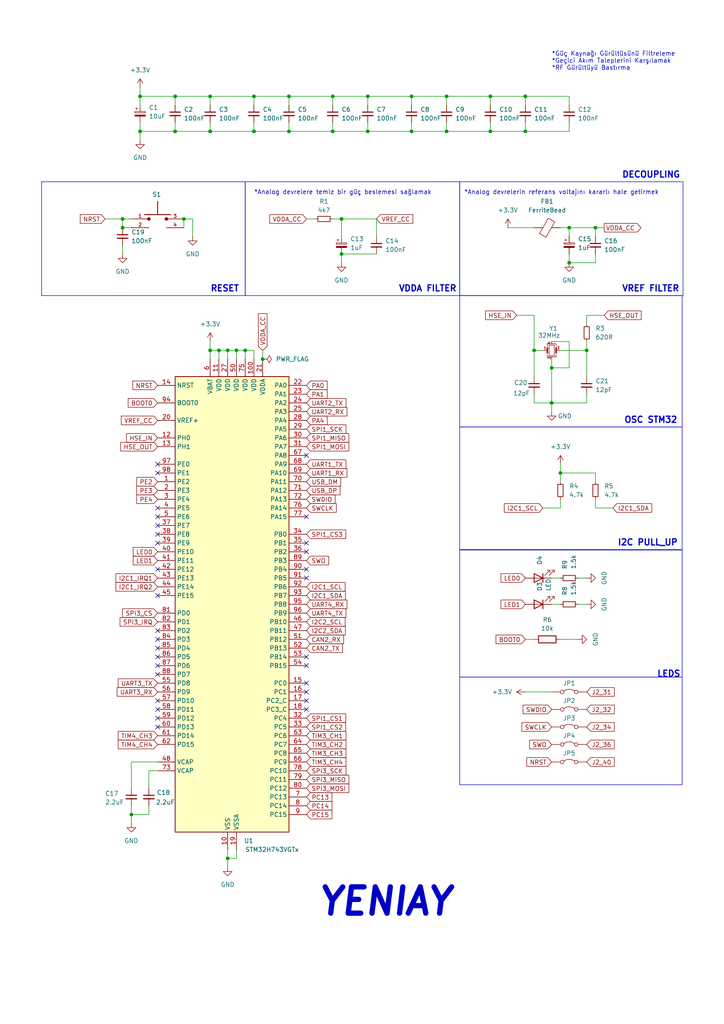
<source format=kicad_sch>
(kicad_sch (version 20231120) (generator "eeschema") (generator_version "8.0")
  (paper "A4" portrait)
  (title_block (title "STM32H743"))
  (lib_symbols
    (symbol "Device:C_Polarized_Small" (pin_numbers hide) (pin_names (offset 0.254) hide)
      (property "Reference" "C" (at 0.254 1.778 0))
      (property "Value" "C_Polarized_Small" (at 0.254 -2.032 0))
      (symbol "C_Polarized_Small_0_1"
        (rectangle (start -1.524 -0.3048) (end 1.524 -0.6858) (fill (type outline)))
        (rectangle (start -1.524 0.6858) (end 1.524 0.3048))
        (polyline (pts (xy -1.27 1.524) (xy -0.762 1.524)))
        (polyline (pts (xy -1.016 1.27) (xy -1.016 1.778)))
      )
      (symbol "C_Polarized_Small_1_1"
        (pin passive line (at 0 2.54 270) (length 1.8542) (name "~") (number "1"))
        (pin passive line (at 0 -2.54 90) (length 1.8542) (name "~") (number "2"))
      )
    )
    (symbol "Device:C_Small" (pin_numbers hide) (pin_names (offset 0.254) hide)
      (property "Reference" "C" (at 0.254 1.778 0))
      (property "Value" "C_Small" (at 0.254 -2.032 0))
      (symbol "C_Small_0_1"
        (polyline (pts (xy -1.524 -0.508) (xy 1.524 -0.508)) (stroke (width 0.3302)))
        (polyline (pts (xy -1.524 0.508) (xy 1.524 0.508)) (stroke (width 0.3048)))
      )
      (symbol "C_Small_1_1"
        (pin passive line (at 0 2.54 270) (length 2.032) (name "~") (number "1"))
        (pin passive line (at 0 -2.54 90) (length 2.032) (name "~") (number "2"))
      )
    )
    (symbol "Device:Crystal_GND24_Small" (pin_names (offset 1.016) hide)
      (property "Reference" "Y" (at 1.27 4.445 0))
      (property "Value" "Crystal_GND24_Small" (at 1.27 2.54 0))
      (symbol "Crystal_GND24_Small_0_1"
        (rectangle (start -0.762 -1.524) (end 0.762 1.524))
        (polyline (pts (xy -1.27 -0.762) (xy -1.27 0.762)) (stroke (width 0.381)))
        (polyline (pts (xy 1.27 -0.762) (xy 1.27 0.762)) (stroke (width 0.381)))
        (polyline (pts (xy -1.27 -1.27) (xy -1.27 -1.905) (xy 1.27 -1.905) (xy 1.27 -1.27)))
        (polyline (pts (xy -1.27 1.27) (xy -1.27 1.905) (xy 1.27 1.905) (xy 1.27 1.27)))
      )
      (symbol "Crystal_GND24_Small_1_1"
        (pin passive line (at -2.54 0 0) (length 1.27) (name "1") (number "1"))
        (pin passive line (at 0 -2.54 90) (length 0.635) (name "2") (number "2"))
        (pin passive line (at 2.54 0 180) (length 1.27) (name "3") (number "3"))
        (pin passive line (at 0 2.54 270) (length 0.635) (name "4") (number "4"))
      )
    )
    (symbol "Device:FerriteBead" (pin_numbers hide) (pin_names (offset 0))
      (property "Reference" "FB" (at -3.81 0.635 90))
      (property "Value" "FerriteBead" (at 3.81 0 90))
      (symbol "FerriteBead_0_1"
        (polyline (pts (xy 0 -1.27) (xy 0 -1.2192)))
        (polyline (pts (xy 0 1.27) (xy 0 1.2954)))
        (polyline (pts (xy -2.7686 0.4064) (xy -1.7018 2.2606) (xy 2.7686 -0.3048) (xy 1.6764 -2.159) (xy -2.7686 0.4064)))
      )
      (symbol "FerriteBead_1_1"
        (pin passive line (at 0 3.81 270) (length 2.54) (name "~") (number "1"))
        (pin passive line (at 0 -3.81 90) (length 2.54) (name "~") (number "2"))
      )
    )
    (symbol "Device:LED" (pin_numbers hide) (pin_names (offset 1.016) hide)
      (property "Reference" "D" (at 0 2.54 0))
      (property "Value" "LED" (at 0 -2.54 0))
      (symbol "LED_0_1"
        (polyline (pts (xy -1.27 -1.27) (xy -1.27 1.27)) (stroke (width 0.254)))
        (polyline (pts (xy -1.27 0) (xy 1.27 0)))
        (polyline (pts (xy 1.27 -1.27) (xy 1.27 1.27) (xy -1.27 0) (xy 1.27 -1.27)) (stroke (width 0.254)))
        (polyline (pts (xy -3.048 -0.762) (xy -4.572 -2.286) (xy -3.81 -2.286) (xy -4.572 -2.286) (xy -4.572 -1.524)))
        (polyline (pts (xy -1.778 -0.762) (xy -3.302 -2.286) (xy -2.54 -2.286) (xy -3.302 -2.286) (xy -3.302 -1.524)))
      )
      (symbol "LED_1_1"
        (pin passive line (at -3.81 0 0) (length 2.54) (name "K") (number "1"))
        (pin passive line (at 3.81 0 180) (length 2.54) (name "A") (number "2"))
      )
    )
    (symbol "Device:R" (pin_numbers hide) (pin_names (offset 0))
      (property "Reference" "R" (at 2.032 0 90))
      (property "Value" "R" (at 0 0 90))
      (symbol "R_0_1"
        (rectangle (start -1.016 -2.54) (end 1.016 2.54) (stroke (width 0.254)))
      )
      (symbol "R_1_1"
        (pin passive line (at 0 3.81 270) (length 1.27) (name "~") (number "1"))
        (pin passive line (at 0 -3.81 90) (length 1.27) (name "~") (number "2"))
      )
    )
    (symbol "Device:R_Small" (pin_numbers hide) (pin_names (offset 0.254) hide)
      (property "Reference" "R" (at 0.762 0.508 0))
      (property "Value" "R_Small" (at 0.762 -1.016 0))
      (symbol "R_Small_0_1"
        (rectangle (start -0.762 1.778) (end 0.762 -1.778) (stroke (width 0.2032)))
      )
      (symbol "R_Small_1_1"
        (pin passive line (at 0 2.54 270) (length 0.762) (name "~") (number "1"))
        (pin passive line (at 0 -2.54 90) (length 0.762) (name "~") (number "2"))
      )
    )
    (symbol "Jumper:Jumper_2_Bridged" (pin_numbers hide) (pin_names (offset 0) hide) (exclude_from_sim yes)
      (property "Reference" "JP" (at 0 1.905 0))
      (property "Value" "Jumper_2_Bridged" (at 0 -2.54 0))
      (symbol "Jumper_2_Bridged_0_0"
        (circle (center -2.032 0) (radius 0.508))
        (circle (center 2.032 0) (radius 0.508))
      )
      (symbol "Jumper_2_Bridged_0_1"
        (arc (start 1.524 0.254) (mid 0 0.762) (end -1.524 0.254))
      )
      (symbol "Jumper_2_Bridged_1_1"
        (pin passive line (at -5.08 0 0) (length 2.54) (name "A") (number "1"))
        (pin passive line (at 5.08 0 180) (length 2.54) (name "B") (number "2"))
      )
    )
    (symbol "MCU_ST_STM32H7:STM32H743VGTx"
      (property "Reference" "U" (at -15.24 67.31 0))
      (property "Value" "STM32H743VGTx" (at 12.7 67.31 0))
      (symbol "STM32H743VGTx_0_1"
        (rectangle (start -15.24 -66.04) (end 17.78 66.04) (stroke (width 0.254)) (fill (type background)))
      )
      (symbol "STM32H743VGTx_1_1"
        (pin bidirectional line (at -20.32 35.56 0) (length 5.08) (name "PE2") (number "1"))
        (pin power_in line (at 0 -71.12 90) (length 5.08) (name "VSS") (number "10"))
        (pin power_in line (at 7.62 71.12 270) (length 5.08) (name "VDD") (number "100"))
        (pin power_in line (at -2.54 71.12 270) (length 5.08) (name "VDD") (number "11"))
        (pin bidirectional line (at -20.32 48.26 0) (length 5.08) (name "PH0") (number "12"))
        (pin bidirectional line (at -20.32 45.72 0) (length 5.08) (name "PH1") (number "13"))
        (pin input line (at -20.32 63.5 0) (length 5.08) (name "NRST") (number "14"))
        (pin bidirectional line (at 22.86 -22.86 180) (length 5.08) (name "PC0") (number "15"))
        (pin bidirectional line (at 22.86 -25.4 180) (length 5.08) (name "PC1") (number "16"))
        (pin bidirectional line (at 22.86 -27.94 180) (length 5.08) (name "PC2_C") (number "17"))
        (pin bidirectional line (at 22.86 -30.48 180) (length 5.08) (name "PC3_C") (number "18"))
        (pin power_in line (at 2.54 -71.12 90) (length 5.08) (name "VSSA") (number "19"))
        (pin bidirectional line (at -20.32 33.02 0) (length 5.08) (name "PE3") (number "2"))
        (pin input line (at -20.32 53.34 0) (length 5.08) (name "VREF+") (number "20"))
        (pin power_in line (at 10.16 71.12 270) (length 5.08) (name "VDDA") (number "21"))
        (pin bidirectional line (at 22.86 63.5 180) (length 5.08) (name "PA0") (number "22"))
        (pin bidirectional line (at 22.86 60.96 180) (length 5.08) (name "PA1") (number "23"))
        (pin bidirectional line (at 22.86 58.42 180) (length 5.08) (name "PA2") (number "24"))
        (pin bidirectional line (at 22.86 55.88 180) (length 5.08) (name "PA3") (number "25"))
        (pin passive line (at 0 -71.12 90) (length 5.08) hide (name "VSS") (number "26"))
        (pin power_in line (at 0 71.12 270) (length 5.08) (name "VDD") (number "27"))
        (pin bidirectional line (at 22.86 53.34 180) (length 5.08) (name "PA4") (number "28"))
        (pin bidirectional line (at 22.86 50.8 180) (length 5.08) (name "PA5") (number "29"))
        (pin bidirectional line (at -20.32 30.48 0) (length 5.08) (name "PE4") (number "3"))
        (pin bidirectional line (at 22.86 48.26 180) (length 5.08) (name "PA6") (number "30"))
        (pin bidirectional line (at 22.86 45.72 180) (length 5.08) (name "PA7") (number "31"))
        (pin bidirectional line (at 22.86 -33.02 180) (length 5.08) (name "PC4") (number "32"))
        (pin bidirectional line (at 22.86 -35.56 180) (length 5.08) (name "PC5") (number "33"))
        (pin bidirectional line (at 22.86 20.32 180) (length 5.08) (name "PB0") (number "34"))
        (pin bidirectional line (at 22.86 17.78 180) (length 5.08) (name "PB1") (number "35"))
        (pin bidirectional line (at 22.86 15.24 180) (length 5.08) (name "PB2") (number "36"))
        (pin bidirectional line (at -20.32 22.86 0) (length 5.08) (name "PE7") (number "37"))
        (pin bidirectional line (at -20.32 20.32 0) (length 5.08) (name "PE8") (number "38"))
        (pin bidirectional line (at -20.32 17.78 0) (length 5.08) (name "PE9") (number "39"))
        (pin bidirectional line (at -20.32 27.94 0) (length 5.08) (name "PE5") (number "4"))
        (pin bidirectional line (at -20.32 15.24 0) (length 5.08) (name "PE10") (number "40"))
        (pin bidirectional line (at -20.32 12.7 0) (length 5.08) (name "PE11") (number "41"))
        (pin bidirectional line (at -20.32 10.16 0) (length 5.08) (name "PE12") (number "42"))
        (pin bidirectional line (at -20.32 7.62 0) (length 5.08) (name "PE13") (number "43"))
        (pin bidirectional line (at -20.32 5.08 0) (length 5.08) (name "PE14") (number "44"))
        (pin bidirectional line (at -20.32 2.54 0) (length 5.08) (name "PE15") (number "45"))
        (pin bidirectional line (at 22.86 -5.08 180) (length 5.08) (name "PB10") (number "46"))
        (pin bidirectional line (at 22.86 -7.62 180) (length 5.08) (name "PB11") (number "47"))
        (pin power_out line (at -20.32 -45.72 0) (length 5.08) (name "VCAP") (number "48"))
        (pin passive line (at 0 -71.12 90) (length 5.08) hide (name "VSS") (number "49"))
        (pin bidirectional line (at -20.32 25.4 0) (length 5.08) (name "PE6") (number "5"))
        (pin power_in line (at 2.54 71.12 270) (length 5.08) (name "VDD") (number "50"))
        (pin bidirectional line (at 22.86 -10.16 180) (length 5.08) (name "PB12") (number "51"))
        (pin bidirectional line (at 22.86 -12.7 180) (length 5.08) (name "PB13") (number "52"))
        (pin bidirectional line (at 22.86 -15.24 180) (length 5.08) (name "PB14") (number "53"))
        (pin bidirectional line (at 22.86 -17.78 180) (length 5.08) (name "PB15") (number "54"))
        (pin bidirectional line (at -20.32 -22.86 0) (length 5.08) (name "PD8") (number "55"))
        (pin bidirectional line (at -20.32 -25.4 0) (length 5.08) (name "PD9") (number "56"))
        (pin bidirectional line (at -20.32 -27.94 0) (length 5.08) (name "PD10") (number "57"))
        (pin bidirectional line (at -20.32 -30.48 0) (length 5.08) (name "PD11") (number "58"))
        (pin bidirectional line (at -20.32 -33.02 0) (length 5.08) (name "PD12") (number "59"))
        (pin power_in line (at -5.08 71.12 270) (length 5.08) (name "VBAT") (number "6"))
        (pin bidirectional line (at -20.32 -35.56 0) (length 5.08) (name "PD13") (number "60"))
        (pin bidirectional line (at -20.32 -38.1 0) (length 5.08) (name "PD14") (number "61"))
        (pin bidirectional line (at -20.32 -40.64 0) (length 5.08) (name "PD15") (number "62"))
        (pin bidirectional line (at 22.86 -38.1 180) (length 5.08) (name "PC6") (number "63"))
        (pin bidirectional line (at 22.86 -40.64 180) (length 5.08) (name "PC7") (number "64"))
        (pin bidirectional line (at 22.86 -43.18 180) (length 5.08) (name "PC8") (number "65"))
        (pin bidirectional line (at 22.86 -45.72 180) (length 5.08) (name "PC9") (number "66"))
        (pin bidirectional line (at 22.86 43.18 180) (length 5.08) (name "PA8") (number "67"))
        (pin bidirectional line (at 22.86 40.64 180) (length 5.08) (name "PA9") (number "68"))
        (pin bidirectional line (at 22.86 38.1 180) (length 5.08) (name "PA10") (number "69"))
        (pin bidirectional line (at 22.86 -55.88 180) (length 5.08) (name "PC13") (number "7"))
        (pin bidirectional line (at 22.86 35.56 180) (length 5.08) (name "PA11") (number "70"))
        (pin bidirectional line (at 22.86 33.02 180) (length 5.08) (name "PA12") (number "71"))
        (pin bidirectional line (at 22.86 30.48 180) (length 5.08) (name "PA13") (number "72"))
        (pin power_out line (at -20.32 -48.26 0) (length 5.08) (name "VCAP") (number "73"))
        (pin passive line (at 0 -71.12 90) (length 5.08) hide (name "VSS") (number "74"))
        (pin power_in line (at 5.08 71.12 270) (length 5.08) (name "VDD") (number "75"))
        (pin bidirectional line (at 22.86 27.94 180) (length 5.08) (name "PA14") (number "76"))
        (pin bidirectional line (at 22.86 25.4 180) (length 5.08) (name "PA15") (number "77"))
        (pin bidirectional line (at 22.86 -48.26 180) (length 5.08) (name "PC10") (number "78"))
        (pin bidirectional line (at 22.86 -50.8 180) (length 5.08) (name "PC11") (number "79"))
        (pin bidirectional line (at 22.86 -58.42 180) (length 5.08) (name "PC14") (number "8"))
        (pin bidirectional line (at 22.86 -53.34 180) (length 5.08) (name "PC12") (number "80"))
        (pin bidirectional line (at -20.32 -2.54 0) (length 5.08) (name "PD0") (number "81"))
        (pin bidirectional line (at -20.32 -5.08 0) (length 5.08) (name "PD1") (number "82"))
        (pin bidirectional line (at -20.32 -7.62 0) (length 5.08) (name "PD2") (number "83"))
        (pin bidirectional line (at -20.32 -10.16 0) (length 5.08) (name "PD3") (number "84"))
        (pin bidirectional line (at -20.32 -12.7 0) (length 5.08) (name "PD4") (number "85"))
        (pin bidirectional line (at -20.32 -15.24 0) (length 5.08) (name "PD5") (number "86"))
        (pin bidirectional line (at -20.32 -17.78 0) (length 5.08) (name "PD6") (number "87"))
        (pin bidirectional line (at -20.32 -20.32 0) (length 5.08) (name "PD7") (number "88"))
        (pin bidirectional line (at 22.86 12.7 180) (length 5.08) (name "PB3") (number "89"))
        (pin bidirectional line (at 22.86 -60.96 180) (length 5.08) (name "PC15") (number "9"))
        (pin bidirectional line (at 22.86 10.16 180) (length 5.08) (name "PB4") (number "90"))
        (pin bidirectional line (at 22.86 7.62 180) (length 5.08) (name "PB5") (number "91"))
        (pin bidirectional line (at 22.86 5.08 180) (length 5.08) (name "PB6") (number "92"))
        (pin bidirectional line (at 22.86 2.54 180) (length 5.08) (name "PB7") (number "93"))
        (pin input line (at -20.32 58.42 0) (length 5.08) (name "BOOT0") (number "94"))
        (pin bidirectional line (at 22.86 0 180) (length 5.08) (name "PB8") (number "95"))
        (pin bidirectional line (at 22.86 -2.54 180) (length 5.08) (name "PB9") (number "96"))
        (pin bidirectional line (at -20.32 40.64 0) (length 5.08) (name "PE0") (number "97"))
        (pin bidirectional line (at -20.32 38.1 0) (length 5.08) (name "PE1") (number "98"))
        (pin passive line (at 0 -71.12 90) (length 5.08) hide (name "VSS") (number "99"))
      )
    )
    (symbol "SKRPABE010:SKRPABE010" (pin_names (offset 1.016))
      (property "Reference" "S1" (at -0.254 4.318 0))
      (property "Value" "SKRPABE010" (at -0.254 2.286 0))
      (symbol "SKRPABE010_0_0"
        (circle (center -2.54 0) (radius 0.254) (stroke (width 0.508)))
        (polyline (pts (xy -3.81 1.27) (xy 0 1.27)) (stroke (width 0.254)))
        (polyline (pts (xy 0 1.27) (xy 0 5.08)) (stroke (width 0.254)))
        (polyline (pts (xy 0 1.27) (xy 3.81 1.27)) (stroke (width 0.254)))
        (circle (center 2.54 0) (radius 0.254) (stroke (width 0.508)))
        (pin passive line (at -7.62 0 0) (length 5.08) (name "~") (number "1"))
        (pin passive line (at -7.62 -2.54 0) (length 5.08) (name "~") (number "2"))
        (pin passive line (at 7.62 0 180) (length 5.08) (name "~") (number "3"))
        (pin passive line (at 7.62 -2.54 180) (length 5.08) (name "~") (number "4"))
      )
    )
    (symbol "power:+3.3V" (power) (pin_numbers hide) (pin_names (offset 0) hide)
      (property "Value" "+3.3V" (at 0 3.556 0))
      (symbol "+3.3V_0_1"
        (polyline (pts (xy -0.762 1.27) (xy 0 2.54)))
        (polyline (pts (xy 0 0) (xy 0 2.54)))
        (polyline (pts (xy 0 2.54) (xy 0.762 1.27)))
      )
      (symbol "+3.3V_1_1"
        (pin power_in line (at 0 0 90) (length 0) (name "~") (number "1"))
      )
    )
    (symbol "power:GND" (power) (pin_numbers hide) (pin_names (offset 0) hide)
      (property "Value" "GND" (at 0 -3.81 0))
      (symbol "GND_0_1"
        (polyline (pts (xy 0 0) (xy 0 -1.27) (xy 1.27 -1.27) (xy 0 -2.54) (xy -1.27 -1.27) (xy 0 -1.27)))
      )
      (symbol "GND_1_1"
        (pin power_in line (at 0 0 270) (length 0) (name "~") (number "1"))
      )
    )
    (symbol "power:PWR_FLAG" (power) (pin_numbers hide) (pin_names (offset 0) hide)
      (property "Value" "PWR_FLAG" (at 0 3.81 0))
      (symbol "PWR_FLAG_0_0"
        (pin power_out line (at 0 0 90) (length 0) (name "~") (number "1"))
      )
      (symbol "PWR_FLAG_0_1"
        (polyline (pts (xy 0 0) (xy 0 1.27) (xy -1.016 1.905) (xy 0 2.54) (xy 1.016 1.905) (xy 0 1.27)))
      )
    )
  )
  (junction (at 152.4 27.94))
  (junction (at 68.58 101.6))
  (junction (at 76.2 104.14))
  (junction (at 63.5 101.6))
  (junction (at 142.24 38.1))
  (junction (at 160.02 116.84))
  (junction (at 172.72 66.04))
  (junction (at 73.66 38.1))
  (junction (at 129.54 38.1))
  (junction (at 83.82 27.94))
  (junction (at 119.38 38.1))
  (junction (at 119.38 27.94))
  (junction (at 96.52 27.94))
  (junction (at 96.52 38.1))
  (junction (at 165.1 76.2))
  (junction (at 40.64 38.1))
  (junction (at 40.64 27.94))
  (junction (at 35.56 63.5))
  (junction (at 60.96 101.6))
  (junction (at 66.04 101.6))
  (junction (at 35.56 66.04))
  (junction (at 162.56 137.16))
  (junction (at 50.8 27.94))
  (junction (at 71.12 101.6))
  (junction (at 129.54 27.94))
  (junction (at 60.96 27.94))
  (junction (at 165.1 66.04))
  (junction (at 154.94 101.6))
  (junction (at 53.34 63.5))
  (junction (at 66.04 248.92))
  (junction (at 83.82 38.1))
  (junction (at 106.68 27.94))
  (junction (at 60.96 38.1))
  (junction (at 38.1 236.22))
  (junction (at 99.06 73.66))
  (junction (at 50.8 38.1))
  (junction (at 170.18 101.6))
  (junction (at 73.66 27.94))
  (junction (at 142.24 27.94))
  (junction (at 160.02 106.68))
  (junction (at 106.68 38.1))
  (junction (at 99.06 63.5))
  (junction (at 152.4 38.1))
  (no_connect (at 45.72 203.2))
  (no_connect (at 88.9 165.1))
  (no_connect (at 45.72 193.04))
  (no_connect (at 45.72 182.88))
  (no_connect (at 45.72 154.94))
  (no_connect (at 88.9 200.66))
  (no_connect (at 45.72 205.74))
  (no_connect (at 88.9 190.5))
  (no_connect (at 88.9 205.74))
  (no_connect (at 88.9 193.04))
  (no_connect (at 88.9 203.2))
  (no_connect (at 45.72 157.48))
  (no_connect (at 45.72 165.1))
  (no_connect (at 45.72 195.58))
  (no_connect (at 88.9 157.48))
  (no_connect (at 45.72 208.28))
  (no_connect (at 45.72 185.42))
  (no_connect (at 45.72 147.32))
  (no_connect (at 45.72 190.5))
  (no_connect (at 45.72 149.86))
  (no_connect (at 45.72 210.82))
  (no_connect (at 45.72 172.72))
  (no_connect (at 88.9 167.64))
  (no_connect (at 88.9 132.08))
  (no_connect (at 45.72 187.96))
  (no_connect (at 88.9 160.02))
  (no_connect (at 45.72 137.16))
  (no_connect (at 88.9 149.86))
  (no_connect (at 88.9 198.12))
  (no_connect (at 45.72 152.4))
  (no_connect (at 45.72 134.62))
  (wire (pts (xy 63.5 101.6) (xy 60.96 101.6)))
  (wire (pts (xy 60.96 27.94) (xy 73.66 27.94)))
  (wire (pts (xy 35.56 63.5) (xy 38.1 63.5)))
  (wire (pts (xy 106.68 35.56) (xy 106.68 38.1)))
  (wire (pts (xy 170.18 101.6) (xy 170.18 109.22)))
  (wire (pts (xy 160.02 119.38) (xy 160.02 116.84)))
  (wire (pts (xy 45.72 220.98) (xy 38.1 220.98)))
  (wire (pts (xy 160.02 106.68) (xy 165.1 106.68)))
  (wire (pts (xy 152.4 27.94) (xy 152.4 30.48)))
  (wire (pts (xy 73.66 104.14) (xy 73.66 101.6)))
  (wire (pts (xy 154.94 101.6) (xy 154.94 109.22)))
  (wire (pts (xy 152.4 185.42) (xy 154.94 185.42)))
  (wire (pts (xy 50.8 35.56) (xy 50.8 38.1)))
  (wire (pts (xy 165.1 27.94) (xy 152.4 27.94)))
  (wire (pts (xy 165.1 66.04) (xy 172.72 66.04)))
  (wire (pts (xy 172.72 147.32) (xy 177.8 147.32)))
  (wire (pts (xy 162.56 137.16) (xy 162.56 134.62)))
  (wire (pts (xy 172.72 144.78) (xy 172.72 147.32)))
  (wire (pts (xy 50.8 27.94) (xy 60.96 27.94)))
  (wire (pts (xy 35.56 71.12) (xy 35.56 73.66)))
  (wire (pts (xy 106.68 38.1) (xy 96.52 38.1)))
  (wire (pts (xy 154.94 101.6) (xy 154.94 91.44)))
  (wire (pts (xy 40.64 25.4) (xy 40.64 27.94)))
  (wire (pts (xy 38.1 236.22) (xy 38.1 238.76)))
  (wire (pts (xy 167.64 167.64) (xy 170.18 167.64)))
  (wire (pts (xy 119.38 27.94) (xy 119.38 30.48)))
  (wire (pts (xy 73.66 35.56) (xy 73.66 38.1)))
  (wire (pts (xy 40.64 40.64) (xy 40.64 38.1)))
  (wire (pts (xy 66.04 101.6) (xy 63.5 101.6)))
  (wire (pts (xy 99.06 63.5) (xy 109.22 63.5)))
  (wire (pts (xy 109.22 63.5) (xy 109.22 68.58)))
  (wire (pts (xy 99.06 73.66) (xy 99.06 76.2)))
  (wire (pts (xy 60.96 101.6) (xy 60.96 104.14)))
  (wire (pts (xy 50.8 38.1) (xy 40.64 38.1)))
  (wire (pts (xy 73.66 101.6) (xy 71.12 101.6)))
  (wire (pts (xy 88.9 63.5) (xy 91.44 63.5)))
  (wire (pts (xy 106.68 27.94) (xy 106.68 30.48)))
  (wire (pts (xy 170.18 114.3) (xy 170.18 116.84)))
  (wire (pts (xy 162.56 139.7) (xy 162.56 137.16)))
  (wire (pts (xy 160.02 175.26) (xy 162.56 175.26)))
  (wire (pts (xy 40.64 27.94) (xy 50.8 27.94)))
  (wire (pts (xy 68.58 248.92) (xy 66.04 248.92)))
  (wire (pts (xy 30.48 63.5) (xy 35.56 63.5)))
  (wire (pts (xy 142.24 27.94) (xy 129.54 27.94)))
  (wire (pts (xy 157.48 101.6) (xy 154.94 101.6)))
  (wire (pts (xy 149.86 91.44) (xy 154.94 91.44)))
  (wire (pts (xy 40.64 27.94) (xy 40.64 30.48)))
  (wire (pts (xy 60.96 35.56) (xy 60.96 38.1)))
  (wire (pts (xy 119.38 38.1) (xy 106.68 38.1)))
  (wire (pts (xy 165.1 73.66) (xy 165.1 76.2)))
  (wire (pts (xy 172.72 66.04) (xy 175.26 66.04)))
  (wire (pts (xy 165.1 66.04) (xy 165.1 68.58)))
  (wire (pts (xy 172.72 139.7) (xy 172.72 137.16)))
  (wire (pts (xy 96.52 35.56) (xy 96.52 38.1)))
  (wire (pts (xy 162.56 137.16) (xy 172.72 137.16)))
  (wire (pts (xy 40.64 35.56) (xy 40.64 38.1)))
  (wire (pts (xy 162.56 147.32) (xy 157.48 147.32)))
  (wire (pts (xy 66.04 248.92) (xy 66.04 251.46)))
  (wire (pts (xy 142.24 27.94) (xy 142.24 30.48)))
  (wire (pts (xy 142.24 38.1) (xy 129.54 38.1)))
  (wire (pts (xy 38.1 233.68) (xy 38.1 236.22)))
  (wire (pts (xy 43.18 223.52) (xy 43.18 228.6)))
  (wire (pts (xy 129.54 38.1) (xy 119.38 38.1)))
  (wire (pts (xy 170.18 101.6) (xy 170.18 99.06)))
  (wire (pts (xy 55.88 63.5) (xy 55.88 68.58)))
  (wire (pts (xy 160.02 106.68) (xy 160.02 116.84)))
  (wire (pts (xy 53.34 63.5) (xy 55.88 63.5)))
  (wire (pts (xy 68.58 246.38) (xy 68.58 248.92)))
  (wire (pts (xy 167.64 175.26) (xy 170.18 175.26)))
  (wire (pts (xy 50.8 27.94) (xy 50.8 30.48)))
  (wire (pts (xy 73.66 27.94) (xy 73.66 30.48)))
  (wire (pts (xy 106.68 27.94) (xy 96.52 27.94)))
  (wire (pts (xy 162.56 101.6) (xy 170.18 101.6)))
  (wire (pts (xy 152.4 200.66) (xy 160.02 200.66)))
  (wire (pts (xy 96.52 27.94) (xy 96.52 30.48)))
  (wire (pts (xy 66.04 246.38) (xy 66.04 248.92)))
  (wire (pts (xy 66.04 101.6) (xy 66.04 104.14)))
  (wire (pts (xy 73.66 38.1) (xy 60.96 38.1)))
  (wire (pts (xy 99.06 63.5) (xy 99.06 68.58)))
  (wire (pts (xy 83.82 38.1) (xy 73.66 38.1)))
  (wire (pts (xy 71.12 101.6) (xy 71.12 104.14)))
  (wire (pts (xy 119.38 27.94) (xy 106.68 27.94)))
  (wire (pts (xy 53.34 66.04) (xy 53.34 63.5)))
  (wire (pts (xy 129.54 27.94) (xy 119.38 27.94)))
  (wire (pts (xy 83.82 35.56) (xy 83.82 38.1)))
  (wire (pts (xy 45.72 223.52) (xy 43.18 223.52)))
  (wire (pts (xy 165.1 38.1) (xy 152.4 38.1)))
  (wire (pts (xy 68.58 101.6) (xy 68.58 104.14)))
  (wire (pts (xy 165.1 30.48) (xy 165.1 27.94)))
  (wire (pts (xy 60.96 99.06) (xy 60.96 101.6)))
  (wire (pts (xy 154.94 114.3) (xy 154.94 116.84)))
  (wire (pts (xy 162.56 185.42) (xy 167.64 185.42)))
  (wire (pts (xy 35.56 63.5) (xy 35.56 66.04)))
  (wire (pts (xy 83.82 27.94) (xy 73.66 27.94)))
  (wire (pts (xy 83.82 27.94) (xy 83.82 30.48)))
  (wire (pts (xy 170.18 91.44) (xy 170.18 93.98)))
  (wire (pts (xy 165.1 99.06) (xy 165.1 106.68)))
  (wire (pts (xy 152.4 38.1) (xy 142.24 38.1)))
  (wire (pts (xy 119.38 35.56) (xy 119.38 38.1)))
  (wire (pts (xy 152.4 27.94) (xy 142.24 27.94)))
  (wire (pts (xy 162.56 66.04) (xy 165.1 66.04)))
  (wire (pts (xy 172.72 76.2) (xy 165.1 76.2)))
  (wire (pts (xy 147.32 66.04) (xy 154.94 66.04)))
  (wire (pts (xy 172.72 66.04) (xy 172.72 68.58)))
  (wire (pts (xy 170.18 116.84) (xy 160.02 116.84)))
  (wire (pts (xy 152.4 35.56) (xy 152.4 38.1)))
  (wire (pts (xy 175.26 91.44) (xy 170.18 91.44)))
  (wire (pts (xy 63.5 101.6) (xy 63.5 104.14)))
  (wire (pts (xy 160.02 167.64) (xy 162.56 167.64)))
  (wire (pts (xy 142.24 35.56) (xy 142.24 38.1)))
  (wire (pts (xy 96.52 27.94) (xy 83.82 27.94)))
  (wire (pts (xy 60.96 38.1) (xy 50.8 38.1)))
  (wire (pts (xy 129.54 27.94) (xy 129.54 30.48)))
  (wire (pts (xy 71.12 101.6) (xy 68.58 101.6)))
  (wire (pts (xy 76.2 101.6) (xy 76.2 104.14)))
  (wire (pts (xy 129.54 35.56) (xy 129.54 38.1)))
  (wire (pts (xy 38.1 236.22) (xy 43.18 236.22)))
  (wire (pts (xy 43.18 236.22) (xy 43.18 233.68)))
  (wire (pts (xy 162.56 144.78) (xy 162.56 147.32)))
  (wire (pts (xy 165.1 35.56) (xy 165.1 38.1)))
  (wire (pts (xy 96.52 38.1) (xy 83.82 38.1)))
  (wire (pts (xy 38.1 66.04) (xy 35.56 66.04)))
  (wire (pts (xy 160.02 104.14) (xy 160.02 106.68)))
  (wire (pts (xy 109.22 73.66) (xy 99.06 73.66)))
  (wire (pts (xy 38.1 220.98) (xy 38.1 228.6)))
  (wire (pts (xy 154.94 116.84) (xy 160.02 116.84)))
  (wire (pts (xy 96.52 63.5) (xy 99.06 63.5)))
  (wire (pts (xy 60.96 30.48) (xy 60.96 27.94)))
  (wire (pts (xy 160.02 99.06) (xy 165.1 99.06)))
  (wire (pts (xy 172.72 73.66) (xy 172.72 76.2)))
  (wire (pts (xy 68.58 101.6) (xy 66.04 101.6)))
  (rectangle (start 12.065 52.705) (end 71.12 85.725))
  (rectangle (start 71.12 52.705) (end 133.35 85.725))
  (rectangle (start 133.35 159.512) (end 197.866 196.342))
  (rectangle (start 133.35 123.825) (end 197.866 159.385))
  (rectangle (start 133.35 196.342) (end 197.866 227.584))
  (rectangle (start 133.35 52.705) (end 198.12 85.725))
  (rectangle (start 133.35 85.725) (end 197.866 123.825))
  (text "*Güç Kaynağı Gürültüsünü Filtreleme\n*Geçici Akım Taleplerini Karşılamak\n*RF Gürültüyü Bastırma" (at 160.02 17.78 0) (effects (font (size 1.27 1.27)) (justify left)))
  (text "*Analog devrelere temiz bir güç beslemesi sağlamak " (at 73.66 55.88 0) (effects (font (size 1.27 1.27)) (justify left)))
  (text "DECOUPLING" (at 180.34 50.8 0) (effects (font (size 1.778 1.778) (thickness 0.3556) (bold yes)) (justify left)))
  (text "OSC STM32" (at 180.975 121.92 0) (effects (font (size 1.778 1.778) (thickness 0.3556) (bold yes)) (justify left)))
  (text "VREF FILTER" (at 180.34 83.82 0) (effects (font (size 1.778 1.778) (thickness 0.3556) (bold yes)) (justify left)))
  (text "RESET" (at 60.96 83.82 0) (effects (font (size 1.778 1.778) (thickness 0.3556) (bold yes)) (justify left)))
  (text "I2C PULL_UP" (at 179.07 157.48 0) (effects (font (size 1.778 1.778) (thickness 0.3556) (bold yes)) (justify left)))
  (text "*Analog devrelerin referans voltajını kararlı hale getirmek" (at 134.62 55.88 0) (effects (font (size 1.27 1.27)) (justify left)))
  (text "LEDS" (at 190.5 195.58 0) (effects (font (size 1.778 1.778) (thickness 0.3556) (bold yes)) (justify left)))
  (text "YENIAY" (at 111.76 261.62 0) (effects (font (size 7.62 7.62) (bold yes) (italic yes))))
  (text "VDDA FILTER" (at 115.57 83.82 0) (effects (font (size 1.778 1.778) (thickness 0.3556) (bold yes)) (justify left)))
  (global_label "J2_40" (shape input) (at 170.18 220.98 0) (property "Intersheetrefs" "${INTERSHEET_REFS}" (effects (hide yes))))
  (global_label "UART1_TX" (shape input) (at 88.9 134.62 0) (property "Intersheetrefs" "${INTERSHEET_REFS}" (effects (hide yes))))
  (global_label "I2C2_SDA" (shape input) (at 88.9 182.88 0) (property "Intersheetrefs" "${INTERSHEET_REFS}" (effects (hide yes))))
  (global_label "SWCLK" (shape input) (at 160.02 210.82 180) (property "Intersheetrefs" "${INTERSHEET_REFS}" (effects (hide yes))))
  (global_label "VREF_CC" (shape input) (at 109.22 63.5 0) (property "Intersheetrefs" "${INTERSHEET_REFS}" (effects (hide yes))))
  (global_label "J2_36" (shape input) (at 170.18 215.9 0) (property "Intersheetrefs" "${INTERSHEET_REFS}" (effects (hide yes))))
  (global_label "LED0" (shape input) (at 152.4 167.64 180) (property "Intersheetrefs" "${INTERSHEET_REFS}" (effects (hide yes))))
  (global_label "VDDA_CC" (shape output) (at 175.26 66.04 0) (property "Intersheetrefs" "${INTERSHEET_REFS}" (effects (hide yes))))
  (global_label "SWO" (shape input) (at 160.02 215.9 180) (property "Intersheetrefs" "${INTERSHEET_REFS}" (effects (hide yes))))
  (global_label "SPI3_IRQ" (shape input) (at 45.72 180.34 180) (property "Intersheetrefs" "${INTERSHEET_REFS}" (effects (hide yes))))
  (global_label "J2_32" (shape input) (at 170.18 205.74 0) (property "Intersheetrefs" "${INTERSHEET_REFS}" (effects (hide yes))))
  (global_label "UART4_RX" (shape input) (at 88.9 175.26 0) (property "Intersheetrefs" "${INTERSHEET_REFS}" (effects (hide yes))))
  (global_label "SPI3_CS" (shape input) (at 45.72 177.8 180) (property "Intersheetrefs" "${INTERSHEET_REFS}" (effects (hide yes))))
  (global_label "SWDIO" (shape input) (at 88.9 144.78 0) (property "Intersheetrefs" "${INTERSHEET_REFS}" (effects (hide yes))))
  (global_label "VDDA_CC" (shape input) (at 76.2 101.6 90) (property "Intersheetrefs" "${INTERSHEET_REFS}" (effects (hide yes))))
  (global_label "SPI1_MISO" (shape input) (at 88.9 127 0) (property "Intersheetrefs" "${INTERSHEET_REFS}" (effects (hide yes))))
  (global_label "HSE_IN" (shape input) (at 45.72 127 180) (property "Intersheetrefs" "${INTERSHEET_REFS}" (effects (hide yes))))
  (global_label "USB_DM" (shape input) (at 88.9 139.7 0) (property "Intersheetrefs" "${INTERSHEET_REFS}" (effects (hide yes))))
  (global_label "TIM3_CH1" (shape input) (at 88.9 213.36 0) (property "Intersheetrefs" "${INTERSHEET_REFS}" (effects (hide yes))))
  (global_label "TIM3_CH3" (shape input) (at 88.9 218.44 0) (property "Intersheetrefs" "${INTERSHEET_REFS}" (effects (hide yes))))
  (global_label "PE3" (shape input) (at 45.72 142.24 180) (property "Intersheetrefs" "${INTERSHEET_REFS}" (effects (hide yes))))
  (global_label "I2C2_SCL" (shape input) (at 88.9 180.34 0) (property "Intersheetrefs" "${INTERSHEET_REFS}" (effects (hide yes))))
  (global_label "PC15" (shape input) (at 88.9 236.22 0) (property "Intersheetrefs" "${INTERSHEET_REFS}" (effects (hide yes))))
  (global_label "TIM4_CH3" (shape input) (at 45.72 213.36 180) (property "Intersheetrefs" "${INTERSHEET_REFS}" (effects (hide yes))))
  (global_label "BOOT0" (shape input) (at 45.72 116.84 180) (property "Intersheetrefs" "${INTERSHEET_REFS}" (effects (hide yes))))
  (global_label "NRST" (shape input) (at 30.48 63.5 180) (property "Intersheetrefs" "${INTERSHEET_REFS}" (effects (hide yes))))
  (global_label "PA4" (shape input) (at 88.9 121.92 0) (property "Intersheetrefs" "${INTERSHEET_REFS}" (effects (hide yes))))
  (global_label "TIM4_CH4" (shape input) (at 45.72 215.9 180) (property "Intersheetrefs" "${INTERSHEET_REFS}" (effects (hide yes))))
  (global_label "J2_31" (shape input) (at 170.18 200.66 0) (property "Intersheetrefs" "${INTERSHEET_REFS}" (effects (hide yes))))
  (global_label "SPI1_CS1" (shape input) (at 88.9 208.28 0) (property "Intersheetrefs" "${INTERSHEET_REFS}" (effects (hide yes))))
  (global_label "UART3_RX" (shape input) (at 45.72 200.66 180) (property "Intersheetrefs" "${INTERSHEET_REFS}" (effects (hide yes))))
  (global_label "I2C1_SCL" (shape input) (at 157.48 147.32 180) (property "Intersheetrefs" "${INTERSHEET_REFS}" (effects (hide yes))))
  (global_label "UART4_TX" (shape input) (at 88.9 177.8 0) (property "Intersheetrefs" "${INTERSHEET_REFS}" (effects (hide yes))))
  (global_label "PC13" (shape input) (at 88.9 231.14 0) (property "Intersheetrefs" "${INTERSHEET_REFS}" (effects (hide yes))))
  (global_label "I2C1_IRQ2" (shape input) (at 45.72 170.18 180) (property "Intersheetrefs" "${INTERSHEET_REFS}" (effects (hide yes))))
  (global_label "HSE_OUT" (shape input) (at 175.26 91.44 0) (property "Intersheetrefs" "${INTERSHEET_REFS}" (effects (hide yes))))
  (global_label "LED0" (shape input) (at 45.72 160.02 180) (property "Intersheetrefs" "${INTERSHEET_REFS}" (effects (hide yes))))
  (global_label "TIM3_CH4" (shape input) (at 88.9 220.98 0) (property "Intersheetrefs" "${INTERSHEET_REFS}" (effects (hide yes))))
  (global_label "J2_34" (shape input) (at 170.18 210.82 0) (property "Intersheetrefs" "${INTERSHEET_REFS}" (effects (hide yes))))
  (global_label "SWDIO" (shape input) (at 160.02 205.74 180) (property "Intersheetrefs" "${INTERSHEET_REFS}" (effects (hide yes))))
  (global_label "HSE_IN" (shape input) (at 149.86 91.44 180) (property "Intersheetrefs" "${INTERSHEET_REFS}" (effects (hide yes))))
  (global_label "SPI1_CS3" (shape input) (at 88.9 154.94 0) (property "Intersheetrefs" "${INTERSHEET_REFS}" (effects (hide yes))))
  (global_label "SPI1_MOSI" (shape input) (at 88.9 129.54 0) (property "Intersheetrefs" "${INTERSHEET_REFS}" (effects (hide yes))))
  (global_label "SPI1_SCK" (shape input) (at 88.9 124.46 0) (property "Intersheetrefs" "${INTERSHEET_REFS}" (effects (hide yes))))
  (global_label "PC14" (shape input) (at 88.9 233.68 0) (property "Intersheetrefs" "${INTERSHEET_REFS}" (effects (hide yes))))
  (global_label "I2C1_SCL" (shape input) (at 88.9 170.18 0) (property "Intersheetrefs" "${INTERSHEET_REFS}" (effects (hide yes))))
  (global_label "UART2_RX" (shape input) (at 88.9 119.38 0) (property "Intersheetrefs" "${INTERSHEET_REFS}" (effects (hide yes))))
  (global_label "UART1_RX" (shape input) (at 88.9 137.16 0) (property "Intersheetrefs" "${INTERSHEET_REFS}" (effects (hide yes))))
  (global_label "SPI3_MISO" (shape input) (at 88.9 226.06 0) (property "Intersheetrefs" "${INTERSHEET_REFS}" (effects (hide yes))))
  (global_label "SPI3_SCK" (shape input) (at 88.9 223.52 0) (property "Intersheetrefs" "${INTERSHEET_REFS}" (effects (hide yes))))
  (global_label "I2C1_SDA" (shape input) (at 177.8 147.32 0) (property "Intersheetrefs" "${INTERSHEET_REFS}" (effects (hide yes))))
  (global_label "SWO" (shape input) (at 88.9 162.56 0) (property "Intersheetrefs" "${INTERSHEET_REFS}" (effects (hide yes))))
  (global_label "PE4" (shape input) (at 45.72 144.78 180) (property "Intersheetrefs" "${INTERSHEET_REFS}" (effects (hide yes))))
  (global_label "SWCLK" (shape input) (at 88.9 147.32 0) (property "Intersheetrefs" "${INTERSHEET_REFS}" (effects (hide yes))))
  (global_label "PE2" (shape input) (at 45.72 139.7 180) (property "Intersheetrefs" "${INTERSHEET_REFS}" (effects (hide yes))))
  (global_label "SPI1_CS2" (shape input) (at 88.9 210.82 0) (property "Intersheetrefs" "${INTERSHEET_REFS}" (effects (hide yes))))
  (global_label "HSE_OUT" (shape input) (at 45.72 129.54 180) (property "Intersheetrefs" "${INTERSHEET_REFS}" (effects (hide yes))))
  (global_label "UART2_TX" (shape input) (at 88.9 116.84 0) (property "Intersheetrefs" "${INTERSHEET_REFS}" (effects (hide yes))))
  (global_label "BOOT0" (shape input) (at 152.4 185.42 180) (property "Intersheetrefs" "${INTERSHEET_REFS}" (effects (hide yes))))
  (global_label "UART3_TX" (shape input) (at 45.72 198.12 180) (property "Intersheetrefs" "${INTERSHEET_REFS}" (effects (hide yes))))
  (global_label "CAN2_TX" (shape input) (at 88.9 187.96 0) (property "Intersheetrefs" "${INTERSHEET_REFS}" (effects (hide yes))))
  (global_label "NRST" (shape input) (at 160.02 220.98 180) (property "Intersheetrefs" "${INTERSHEET_REFS}" (effects (hide yes))))
  (global_label "CAN2_RX" (shape input) (at 88.9 185.42 0) (property "Intersheetrefs" "${INTERSHEET_REFS}" (effects (hide yes))))
  (global_label "NRST" (shape input) (at 45.72 111.76 180) (property "Intersheetrefs" "${INTERSHEET_REFS}" (effects (hide yes))))
  (global_label "USB_DP" (shape input) (at 88.9 142.24 0) (property "Intersheetrefs" "${INTERSHEET_REFS}" (effects (hide yes))))
  (global_label "LED1" (shape input) (at 45.72 162.56 180) (property "Intersheetrefs" "${INTERSHEET_REFS}" (effects (hide yes))))
  (global_label "I2C1_IRQ1" (shape input) (at 45.72 167.64 180) (property "Intersheetrefs" "${INTERSHEET_REFS}" (effects (hide yes))))
  (global_label "I2C1_SDA" (shape input) (at 88.9 172.72 0) (property "Intersheetrefs" "${INTERSHEET_REFS}" (effects (hide yes))))
  (global_label "VDDA_CC" (shape input) (at 88.9 63.5 180) (property "Intersheetrefs" "${INTERSHEET_REFS}" (effects (hide yes))))
  (global_label "VREF_CC" (shape input) (at 45.72 121.92 180) (property "Intersheetrefs" "${INTERSHEET_REFS}" (effects (hide yes))))
  (global_label "TIM3_CH2" (shape input) (at 88.9 215.9 0) (property "Intersheetrefs" "${INTERSHEET_REFS}" (effects (hide yes))))
  (global_label "PA1" (shape input) (at 88.9 114.3 0) (property "Intersheetrefs" "${INTERSHEET_REFS}" (effects (hide yes))))
  (global_label "PA0" (shape input) (at 88.9 111.76 0) (property "Intersheetrefs" "${INTERSHEET_REFS}" (effects (hide yes))))
  (global_label "LED1" (shape input) (at 152.4 175.26 180) (property "Intersheetrefs" "${INTERSHEET_REFS}" (effects (hide yes))))
  (global_label "SPI3_MOSI" (shape input) (at 88.9 228.6 0) (property "Intersheetrefs" "${INTERSHEET_REFS}" (effects (hide yes))))
  (symbol (lib_id "power:+3.3V") (at 147.32 66.04 0) (unit 1)
    (property "Reference" "#PWR05" (effects (hide yes)))
    (property "Value" "+3.3V" (at 147.32 60.96 0))
    (property "Description" "Power symbol creates a global label with name \"+3.3V\"" (effects (hide yes)))
  )
  (symbol (lib_id "Device:C_Small") (at 154.94 111.76 0) (unit 1)
    (property "Reference" "C20" (at 149.098 110.998 0) (effects (justify left)))
    (property "Value" "12pF" (at 148.844 114.046 0) (effects (justify left)))
    (property "Footprint" "Capacitor_SMD:C_0402_1005Metric" (effects (hide yes)))
    (property "Description" "Unpolarized capacitor, small symbol" (effects (hide yes)))
  )
  (symbol (lib_id "MCU_ST_STM32H7:STM32H743VGTx") (at 66.04 175.26 0) (unit 1)
    (property "Reference" "U1" (at 70.7741 243.84 0) (effects (justify left)))
    (property "Value" "STM32H743VGTx" (at 71.12 246.38 0) (effects (justify left)))
    (property "Footprint" "Package_QFP:LQFP-100_14x14mm_P0.5mm" (effects (hide yes)))
    (property "Datasheet" "https://www.st.com/resource/en/datasheet/stm32h743vg.pdf" (effects (hide yes)))
    (property "Description" "STMicroelectronics Arm Cortex-M7 MCU, 1024KB flash, 1024KB RAM, 480 MHz, 1.71-3.6V, 82 GPIO, LQFP100" (effects (hide yes)))
  )
  (symbol (lib_id "power:+3.3V") (at 162.56 134.62 0) (unit 1)
    (property "Reference" "#PWR014" (effects (hide yes)))
    (property "Value" "+3.3V" (at 162.56 129.54 0))
    (property "Description" "Power symbol creates a global label with name \"+3.3V\"" (effects (hide yes)))
  )
  (symbol (lib_id "Device:C_Small") (at 170.18 111.76 0) (unit 1)
    (property "Reference" "C21" (at 172.72 110.4962 0) (effects (justify left)))
    (property "Value" "12pF" (at 172.72 113.0362 0) (effects (justify left)))
    (property "Footprint" "Capacitor_SMD:C_0402_1005Metric" (effects (hide yes)))
    (property "Description" "Unpolarized capacitor, small symbol" (effects (hide yes)))
  )
  (symbol (lib_id "Device:R_Small") (at 165.1 175.26 270) (unit 1)
    (property "Reference" "R8" (at 163.8299 172.72 0) (effects (justify right)))
    (property "Value" "1.5k" (at 166.3699 172.72 0) (effects (justify right)))
    (property "Footprint" "Resistor_SMD:R_0402_1005Metric" (effects (hide yes)))
    (property "Description" "Resistor, small symbol" (effects (hide yes)))
  )
  (symbol (lib_id "power:+3.3V") (at 40.64 25.4 0) (unit 1)
    (property "Reference" "#PWR02" (effects (hide yes)))
    (property "Value" "+3.3V" (at 40.64 20.32 0))
    (property "Description" "Power symbol creates a global label with name \"+3.3V\"" (effects (hide yes)))
  )
  (symbol (lib_id "Device:R_Small") (at 93.98 63.5 90) (unit 1)
    (property "Reference" "R1" (at 93.98 58.42 90))
    (property "Value" "4k7" (at 93.98 60.96 90))
    (property "Footprint" "Resistor_SMD:R_0402_1005Metric" (effects (hide yes)))
    (property "Description" "Resistor, small symbol" (effects (hide yes)))
  )
  (symbol (lib_id "Jumper:Jumper_2_Bridged") (at 165.1 215.9 0) (unit 1) (exclude_from_sim yes)
    (property "Reference" "JP4" (at 165.1 213.36 0))
    (property "Value" "SWDIO" (effects (hide yes)))
    (property "Footprint" "Jumper:SolderJumper-2_P1.3mm_Open_TrianglePad1.0x1.5mm" (effects (hide yes)))
    (property "Description" "Jumper, 2-pole, closed/bridged" (effects (hide yes)))
  )
  (symbol (lib_id "Device:LED") (at 156.21 167.64 180) (unit 1)
    (property "Reference" "D4" (at 156.5274 163.83 90) (effects (justify right)))
    (property "Value" "LED" (effects (hide yes)))
    (property "Footprint" "LED_SMD:LED_0603_1608Metric" (effects (hide yes)))
    (property "Description" "Light emitting diode" (effects (hide yes)))
  )
  (symbol (lib_id "Device:R") (at 158.75 185.42 90) (unit 1)
    (property "Reference" "R6" (at 158.75 179.705 90))
    (property "Value" "10k" (at 158.75 182.245 90))
    (property "Footprint" "Resistor_SMD:R_0402_1005Metric" (effects (hide yes)))
    (property "Description" "Resistor" (effects (hide yes)))
  )
  (symbol (lib_id "Device:FerriteBead") (at 158.75 66.04 90) (unit 1)
    (property "Reference" "FB1" (at 158.6992 58.42 90))
    (property "Value" "FerriteBead" (at 158.6992 60.96 90))
    (property "Footprint" "Inductor_SMD:L_0603_1608Metric" (effects (hide yes)))
    (property "Description" "Ferrite bead" (effects (hide yes)))
  )
  (symbol (lib_id "Jumper:Jumper_2_Bridged") (at 165.1 220.98 0) (unit 1) (exclude_from_sim yes)
    (property "Reference" "JP5" (at 165.1 218.44 0))
    (property "Value" "SWDIO" (effects (hide yes)))
    (property "Footprint" "Jumper:SolderJumper-2_P1.3mm_Open_TrianglePad1.0x1.5mm" (effects (hide yes)))
    (property "Description" "Jumper, 2-pole, closed/bridged" (effects (hide yes)))
  )
  (symbol (lib_id "Device:R_Small") (at 162.56 142.24 180) (unit 1)
    (property "Reference" "R4" (at 165.1 140.9699 0) (effects (justify right)))
    (property "Value" "4.7k" (at 165.1 143.5099 0) (effects (justify right)))
    (property "Footprint" "Resistor_SMD:R_0402_1005Metric" (effects (hide yes)))
    (property "Description" "Resistor, small symbol" (effects (hide yes)))
  )
  (symbol (lib_id "Device:C_Small") (at 60.96 33.02 0) (unit 1)
    (property "Reference" "C3" (at 63.5 31.7562 0) (effects (justify left)))
    (property "Value" "100nF" (at 63.5 34.2962 0) (effects (justify left)))
    (property "Footprint" "Capacitor_SMD:C_0402_1005Metric" (effects (hide yes)))
    (property "Description" "Unpolarized capacitor, small symbol" (effects (hide yes)))
  )
  (symbol (lib_id "Device:C_Small") (at 106.68 33.02 0) (unit 1)
    (property "Reference" "C7" (at 109.22 31.7562 0) (effects (justify left)))
    (property "Value" "100nF" (at 109.22 34.2962 0) (effects (justify left)))
    (property "Footprint" "Capacitor_SMD:C_0402_1005Metric" (effects (hide yes)))
    (property "Description" "Unpolarized capacitor, small symbol" (effects (hide yes)))
  )
  (symbol (lib_id "Device:C_Small") (at 96.52 33.02 0) (unit 1)
    (property "Reference" "C6" (at 99.06 31.7562 0) (effects (justify left)))
    (property "Value" "100nF" (at 99.06 34.2962 0) (effects (justify left)))
    (property "Footprint" "Capacitor_SMD:C_0402_1005Metric" (effects (hide yes)))
    (property "Description" "Unpolarized capacitor, small symbol" (effects (hide yes)))
  )
  (symbol (lib_id "Device:C_Polarized_Small") (at 165.1 71.12 0) (unit 1)
    (property "Reference" "C15" (at 167.64 69.3038 0) (effects (justify left)))
    (property "Value" "1uF" (at 167.64 71.8438 0) (effects (justify left)))
    (property "Footprint" "Capacitor_SMD:C_0402_1005Metric" (effects (hide yes)))
    (property "Description" "Polarized capacitor, small symbol" (effects (hide yes)))
  )
  (symbol (lib_id "power:GND") (at 99.06 76.2 0) (unit 1)
    (property "Reference" "#PWR04" (effects (hide yes)))
    (property "Value" "GND" (at 99.06 81.28 0))
    (property "Description" "Power symbol creates a global label with name \"GND\" , ground" (effects (hide yes)))
  )
  (symbol (lib_id "Device:Crystal_GND24_Small") (at 160.02 101.6 0) (unit 1)
    (property "Reference" "Y1" (at 160.528 95.25 0))
    (property "Value" "32MHz" (at 159.258 97.282 0))
    (property "Footprint" "Crystal:Crystal_SMD_3225-4Pin_3.2x2.5mm" (effects (hide yes)))
    (property "Description" "Four pin crystal, GND on pins 2 and 4, small symbol" (effects (hide yes)))
  )
  (symbol (lib_id "Device:C_Small") (at 73.66 33.02 0) (unit 1)
    (property "Reference" "C4" (at 76.2 31.7562 0) (effects (justify left)))
    (property "Value" "100nF" (at 76.2 34.2962 0) (effects (justify left)))
    (property "Footprint" "Capacitor_SMD:C_0402_1005Metric" (effects (hide yes)))
    (property "Description" "Unpolarized capacitor, small symbol" (effects (hide yes)))
  )
  (symbol (lib_id "Device:R_Small") (at 170.18 96.52 180) (unit 1)
    (property "Reference" "R3" (at 172.72 95.2499 0) (effects (justify right)))
    (property "Value" "620R" (at 172.72 97.7899 0) (effects (justify right)))
    (property "Footprint" "Resistor_SMD:R_0402_1005Metric" (effects (hide yes)))
    (property "Description" "Resistor, small symbol" (effects (hide yes)))
  )
  (symbol (lib_id "Device:C_Small") (at 152.4 33.02 0) (unit 1)
    (property "Reference" "C11" (at 154.94 31.7562 0) (effects (justify left)))
    (property "Value" "100nF" (at 154.94 34.2962 0) (effects (justify left)))
    (property "Footprint" "Capacitor_SMD:C_0402_1005Metric" (effects (hide yes)))
    (property "Description" "Unpolarized capacitor, small symbol" (effects (hide yes)))
  )
  (symbol (lib_id "power:GND") (at 40.64 40.64 0) (unit 1)
    (property "Reference" "#PWR03" (effects (hide yes)))
    (property "Value" "GND" (at 40.64 45.72 0))
    (property "Description" "Power symbol creates a global label with name \"GND\" , ground" (effects (hide yes)))
  )
  (symbol (lib_id "Device:C_Small") (at 142.24 33.02 0) (unit 1)
    (property "Reference" "C10" (at 144.78 31.7562 0) (effects (justify left)))
    (property "Value" "100nF" (at 144.78 34.2962 0) (effects (justify left)))
    (property "Footprint" "Capacitor_SMD:C_0402_1005Metric" (effects (hide yes)))
    (property "Description" "Unpolarized capacitor, small symbol" (effects (hide yes)))
  )
  (symbol (lib_id "Device:C_Small") (at 165.1 33.02 0) (unit 1)
    (property "Reference" "C12" (at 167.64 31.7562 0) (effects (justify left)))
    (property "Value" "100nF" (at 167.64 34.2962 0) (effects (justify left)))
    (property "Footprint" "Capacitor_SMD:C_0402_1005Metric" (effects (hide yes)))
    (property "Description" "Unpolarized capacitor, small symbol" (effects (hide yes)))
  )
  (symbol (lib_id "power:GND") (at 38.1 238.76 0) (unit 1)
    (property "Reference" "#PWR07" (effects (hide yes)))
    (property "Value" "GND" (at 38.1 243.84 0))
    (property "Description" "Power symbol creates a global label with name \"GND\" , ground" (effects (hide yes)))
  )
  (symbol (lib_id "Device:C_Small") (at 50.8 33.02 0) (unit 1)
    (property "Reference" "C2" (at 53.34 31.7562 0) (effects (justify left)))
    (property "Value" "100nF" (at 53.34 34.2962 0) (effects (justify left)))
    (property "Footprint" "Capacitor_SMD:C_0402_1005Metric" (effects (hide yes)))
    (property "Description" "Unpolarized capacitor, small symbol" (effects (hide yes)))
  )
  (symbol (lib_id "Device:C_Small") (at 119.38 33.02 0) (unit 1)
    (property "Reference" "C8" (at 121.92 31.7562 0) (effects (justify left)))
    (property "Value" "100nF" (at 121.92 34.2962 0) (effects (justify left)))
    (property "Footprint" "Capacitor_SMD:C_0402_1005Metric" (effects (hide yes)))
    (property "Description" "Unpolarized capacitor, small symbol" (effects (hide yes)))
  )
  (symbol (lib_id "power:GND") (at 66.04 251.46 0) (unit 1)
    (property "Reference" "#PWR08" (effects (hide yes)))
    (property "Value" "GND" (at 66.04 256.54 0))
    (property "Description" "Power symbol creates a global label with name \"GND\" , ground" (effects (hide yes)))
  )
  (symbol (lib_id "power:GND") (at 170.18 167.64 90) (unit 1)
    (property "Reference" "#PWR018" (effects (hide yes)))
    (property "Value" "GND" (at 175.26 167.64 0))
    (property "Description" "Power symbol creates a global label with name \"GND\" , ground" (effects (hide yes)))
  )
  (symbol (lib_id "power:PWR_FLAG") (at 76.2 104.14 270) (unit 1)
    (property "Reference" "#FLG01" (effects (hide yes)))
    (property "Value" "PWR_FLAG" (at 80.01 104.1399 90) (effects (justify left)))
    (property "Description" "Special symbol for telling ERC where power comes from" (effects (hide yes)))
  )
  (symbol (lib_id "Jumper:Jumper_2_Bridged") (at 165.1 205.74 0) (unit 1) (exclude_from_sim yes)
    (property "Reference" "JP2" (at 165.1 203.2 0))
    (property "Value" "SWDIO" (effects (hide yes)))
    (property "Footprint" "Jumper:SolderJumper-2_P1.3mm_Open_TrianglePad1.0x1.5mm" (effects (hide yes)))
    (property "Description" "Jumper, 2-pole, closed/bridged" (effects (hide yes)))
  )
  (symbol (lib_id "Device:C_Small") (at 129.54 33.02 0) (unit 1)
    (property "Reference" "C9" (at 132.08 31.7562 0) (effects (justify left)))
    (property "Value" "100nF" (at 132.08 34.2962 0) (effects (justify left)))
    (property "Footprint" "Capacitor_SMD:C_0402_1005Metric" (effects (hide yes)))
    (property "Description" "Unpolarized capacitor, small symbol" (effects (hide yes)))
  )
  (symbol (lib_id "power:GND") (at 35.56 73.66 0) (unit 1)
    (property "Reference" "#PWR013" (effects (hide yes)))
    (property "Value" "GND" (at 35.56 78.74 0))
    (property "Description" "Power symbol creates a global label with name \"GND\" , ground" (effects (hide yes)))
  )
  (symbol (lib_id "Device:R_Small") (at 172.72 142.24 180) (unit 1)
    (property "Reference" "R5" (at 175.26 140.9699 0) (effects (justify right)))
    (property "Value" "4.7k" (at 175.26 143.5099 0) (effects (justify right)))
    (property "Footprint" "Resistor_SMD:R_0402_1005Metric" (effects (hide yes)))
    (property "Description" "Resistor, small symbol" (effects (hide yes)))
  )
  (symbol (lib_id "Jumper:Jumper_2_Bridged") (at 165.1 210.82 0) (unit 1) (exclude_from_sim yes)
    (property "Reference" "JP3" (at 165.1 208.28 0))
    (property "Value" "SWDIO" (effects (hide yes)))
    (property "Footprint" "Jumper:SolderJumper-2_P1.3mm_Open_TrianglePad1.0x1.5mm" (effects (hide yes)))
    (property "Description" "Jumper, 2-pole, closed/bridged" (effects (hide yes)))
  )
  (symbol (lib_id "power:GND") (at 165.1 76.2 0) (unit 1)
    (property "Reference" "#PWR06" (effects (hide yes)))
    (property "Value" "GND" (at 165.1 81.28 0))
    (property "Description" "Power symbol creates a global label with name \"GND\" , ground" (effects (hide yes)))
  )
  (symbol (lib_id "Jumper:Jumper_2_Bridged") (at 165.1 200.66 0) (unit 1) (exclude_from_sim yes)
    (property "Reference" "JP1" (at 165.1 198.12 0))
    (property "Value" "SWDIO" (effects (hide yes)))
    (property "Footprint" "Jumper:SolderJumper-2_P1.3mm_Open_TrianglePad1.0x1.5mm" (effects (hide yes)))
    (property "Description" "Jumper, 2-pole, closed/bridged" (effects (hide yes)))
  )
  (symbol (lib_id "Device:C_Polarized_Small") (at 40.64 33.02 0) (unit 1)
    (property "Reference" "C1" (at 43.18 31.2038 0) (effects (justify left)))
    (property "Value" "10uF" (at 43.18 33.7438 0) (effects (justify left)))
    (property "Footprint" "Capacitor_SMD:C_0402_1005Metric" (effects (hide yes)))
    (property "Description" "Polarized capacitor, small symbol" (effects (hide yes)))
  )
  (symbol (lib_id "power:+3.3V") (at 60.96 99.06 0) (unit 1)
    (property "Reference" "#PWR01" (effects (hide yes)))
    (property "Value" "+3.3V" (at 60.96 93.98 0))
    (property "Description" "Power symbol creates a global label with name \"+3.3V\"" (effects (hide yes)))
  )
  (symbol (lib_id "Device:C_Polarized_Small") (at 99.06 71.12 0) (unit 1)
    (property "Reference" "C13" (at 101.6 69.3038 0) (effects (justify left)))
    (property "Value" "1uF" (at 101.6 71.8438 0) (effects (justify left)))
    (property "Footprint" "Capacitor_SMD:C_0402_1005Metric" (effects (hide yes)))
    (property "Description" "Polarized capacitor, small symbol" (effects (hide yes)))
  )
  (symbol (lib_id "power:GND") (at 170.18 175.26 90) (unit 1)
    (property "Reference" "#PWR017" (effects (hide yes)))
    (property "Value" "GND" (at 175.26 175.26 0))
    (property "Description" "Power symbol creates a global label with name \"GND\" , ground" (effects (hide yes)))
  )
  (symbol (lib_id "power:+3.3V") (at 152.4 200.66 90) (unit 1)
    (property "Reference" "#PWR039" (effects (hide yes)))
    (property "Value" "+3.3V" (at 148.59 200.6599 90) (effects (justify left)))
    (property "Description" "Power symbol creates a global label with name \"+3.3V\"" (effects (hide yes)))
  )
  (symbol (lib_id "power:GND") (at 160.02 119.38 0) (unit 1)
    (property "Reference" "#PWR011" (effects (hide yes)))
    (property "Value" "GND" (at 163.83 120.65 0))
    (property "Description" "Power symbol creates a global label with name \"GND\" , ground" (effects (hide yes)))
  )
  (symbol (lib_id "Device:LED") (at 156.21 175.26 180) (unit 1)
    (property "Reference" "D3" (at 156.5274 171.45 90) (effects (justify right)))
    (property "Value" "LED" (at 159.0674 171.45 90) (effects (justify right)))
    (property "Footprint" "LED_SMD:LED_0603_1608Metric" (effects (hide yes)))
    (property "Description" "Light emitting diode" (effects (hide yes)))
  )
  (symbol (lib_id "Device:C_Small") (at 38.1 231.14 0) (unit 1)
    (property "Reference" "C17" (at 30.48 230.124 0) (effects (justify left)))
    (property "Value" "2.2uF" (at 30.48 232.664 0) (effects (justify left)))
    (property "Footprint" "Capacitor_SMD:C_0402_1005Metric" (effects (hide yes)))
    (property "Description" "Unpolarized capacitor, small symbol" (effects (hide yes)))
  )
  (symbol (lib_id "power:GND") (at 55.88 68.58 0) (unit 1)
    (property "Reference" "#PWR012" (effects (hide yes)))
    (property "Value" "GND" (at 55.88 73.66 0))
    (property "Description" "Power symbol creates a global label with name \"GND\" , ground" (effects (hide yes)))
  )
  (symbol (lib_id "Device:C_Small") (at 109.22 71.12 0) (unit 1)
    (property "Reference" "C14" (at 111.76 69.8562 0) (effects (justify left)))
    (property "Value" "100nF" (at 111.76 72.3962 0) (effects (justify left)))
    (property "Footprint" "Capacitor_SMD:C_0402_1005Metric" (effects (hide yes)))
    (property "Description" "Unpolarized capacitor, small symbol" (effects (hide yes)))
  )
  (symbol (lib_id "Device:C_Small") (at 83.82 33.02 0) (unit 1)
    (property "Reference" "C5" (at 86.36 31.7562 0) (effects (justify left)))
    (property "Value" "100nF" (at 86.36 34.2962 0) (effects (justify left)))
    (property "Footprint" "Capacitor_SMD:C_0402_1005Metric" (effects (hide yes)))
    (property "Description" "Unpolarized capacitor, small symbol" (effects (hide yes)))
  )
  (symbol (lib_id "power:GND") (at 167.64 185.42 90) (unit 1)
    (property "Reference" "#PWR016" (effects (hide yes)))
    (property "Value" "GND" (at 172.72 185.42 0))
    (property "Description" "Power symbol creates a global label with name \"GND\" , ground" (effects (hide yes)))
  )
  (symbol (lib_id "SKRPABE010:SKRPABE010") (at 45.72 63.5 0) (unit 1)
    (property "Reference" "S1" (at 45.466 56.388 0))
    (property "Value" "SKRPABE010" (effects (hide yes)))
    (property "Footprint" "SW_SKRPABE010:SW_SKRPABE010" (effects (hide yes)))
    (property "MF" "ALPS" (effects (hide yes)))
    (property "MAXIMUM_PACKAGE_HEIGHT" "2.5 mm" (effects (hide yes)))
    (property "Package" "None" (effects (hide yes)))
    (property "Price" "None" (effects (hide yes)))
    (property "Check_prices" "https://www.snapeda.com/parts/SKRPABE010/ALPS/view-part/?ref=eda" (effects (hide yes)))
    (property "STANDARD" "Manufacturer Recommendations" (effects (hide yes)))
    (property "SnapEDA_Link" "https://www.snapeda.com/parts/SKRPABE010/ALPS/view-part/?ref=snap" (effects (hide yes)))
    (property "MP" "SKRPABE010" (effects (hide yes)))
    (property "Description_1" "\nSwitch Tactile N.O. SPST Button J-Bend 0.05A 16VDC 1.57N SMD Automotive T/R\n" (effects (hide yes)))
    (property "Availability" "In Stock" (effects (hide yes)))
    (property "MANUFACTURER" "Alps" (effects (hide yes)))
  )
  (symbol (lib_id "Device:R_Small") (at 165.1 167.64 270) (unit 1)
    (property "Reference" "R9" (at 163.8299 165.1 0) (effects (justify right)))
    (property "Value" "1.5k" (at 166.3699 165.1 0) (effects (justify right)))
    (property "Footprint" "Resistor_SMD:R_0402_1005Metric" (effects (hide yes)))
    (property "Description" "Resistor, small symbol" (effects (hide yes)))
  )
  (symbol (lib_id "Device:C_Small") (at 43.18 231.14 0) (unit 1)
    (property "Reference" "C18" (at 45.466 229.87 0) (effects (justify left)))
    (property "Value" "2.2uF" (at 45.212 232.664 0) (effects (justify left)))
    (property "Footprint" "Capacitor_SMD:C_0402_1005Metric" (effects (hide yes)))
    (property "Description" "Unpolarized capacitor, small symbol" (effects (hide yes)))
  )
  (symbol (lib_id "Device:C_Small") (at 172.72 71.12 0) (unit 1)
    (property "Reference" "C16" (at 175.26 69.8562 0) (effects (justify left)))
    (property "Value" "100nF" (at 175.26 72.3962 0) (effects (justify left)))
    (property "Footprint" "Capacitor_SMD:C_0402_1005Metric" (effects (hide yes)))
    (property "Description" "Unpolarized capacitor, small symbol" (effects (hide yes)))
  )
  (symbol (lib_id "Device:C_Small") (at 35.56 68.58 0) (unit 1)
    (property "Reference" "C19" (at 38.1 67.3162 0) (effects (justify left)))
    (property "Value" "100nF" (at 38.1 69.8562 0) (effects (justify left)))
    (property "Footprint" "Capacitor_SMD:C_0402_1005Metric" (effects (hide yes)))
    (property "Description" "Unpolarized capacitor, small symbol" (effects (hide yes)))
  )
)
</source>
